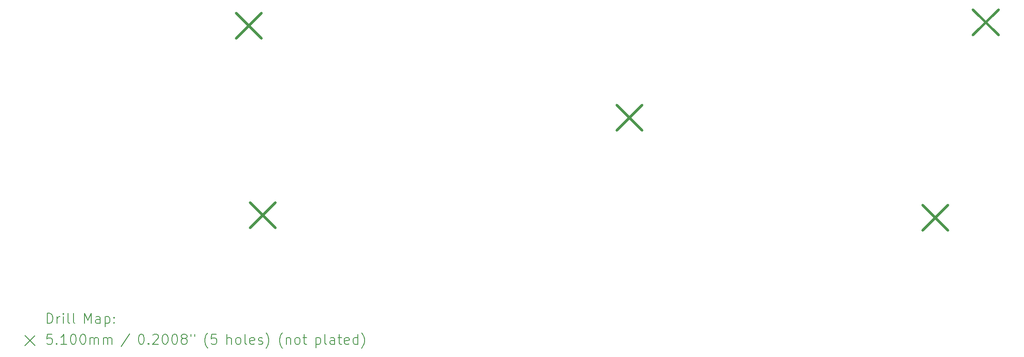
<source format=gbr>
%TF.GenerationSoftware,KiCad,Pcbnew,(7.0.0-0)*%
%TF.CreationDate,2023-04-18T10:09:08-04:00*%
%TF.ProjectId,plate,706c6174-652e-46b6-9963-61645f706362,rev?*%
%TF.SameCoordinates,Original*%
%TF.FileFunction,Drillmap*%
%TF.FilePolarity,Positive*%
%FSLAX45Y45*%
G04 Gerber Fmt 4.5, Leading zero omitted, Abs format (unit mm)*
G04 Created by KiCad (PCBNEW (7.0.0-0)) date 2023-04-18 10:09:08*
%MOMM*%
%LPD*%
G01*
G04 APERTURE LIST*
%ADD10C,0.200000*%
%ADD11C,0.510000*%
G04 APERTURE END LIST*
D10*
D11*
X7645996Y-8173990D02*
X8155996Y-8683990D01*
X8155996Y-8173990D02*
X7645996Y-8683990D01*
X7925996Y-11973990D02*
X8435996Y-12483990D01*
X8435996Y-11973990D02*
X7925996Y-12483990D01*
X15275996Y-10013990D02*
X15785996Y-10523990D01*
X15785996Y-10013990D02*
X15275996Y-10523990D01*
X21405996Y-12023990D02*
X21915996Y-12533990D01*
X21915996Y-12023990D02*
X21405996Y-12533990D01*
X22415996Y-8103990D02*
X22925996Y-8613990D01*
X22925996Y-8103990D02*
X22415996Y-8613990D01*
D10*
X3860119Y-14395976D02*
X3860119Y-14195976D01*
X3860119Y-14195976D02*
X3907738Y-14195976D01*
X3907738Y-14195976D02*
X3936309Y-14205500D01*
X3936309Y-14205500D02*
X3955357Y-14224548D01*
X3955357Y-14224548D02*
X3964881Y-14243595D01*
X3964881Y-14243595D02*
X3974405Y-14281690D01*
X3974405Y-14281690D02*
X3974405Y-14310262D01*
X3974405Y-14310262D02*
X3964881Y-14348357D01*
X3964881Y-14348357D02*
X3955357Y-14367405D01*
X3955357Y-14367405D02*
X3936309Y-14386452D01*
X3936309Y-14386452D02*
X3907738Y-14395976D01*
X3907738Y-14395976D02*
X3860119Y-14395976D01*
X4060119Y-14395976D02*
X4060119Y-14262643D01*
X4060119Y-14300738D02*
X4069643Y-14281690D01*
X4069643Y-14281690D02*
X4079167Y-14272167D01*
X4079167Y-14272167D02*
X4098214Y-14262643D01*
X4098214Y-14262643D02*
X4117262Y-14262643D01*
X4183928Y-14395976D02*
X4183928Y-14262643D01*
X4183928Y-14195976D02*
X4174405Y-14205500D01*
X4174405Y-14205500D02*
X4183928Y-14215024D01*
X4183928Y-14215024D02*
X4193452Y-14205500D01*
X4193452Y-14205500D02*
X4183928Y-14195976D01*
X4183928Y-14195976D02*
X4183928Y-14215024D01*
X4307738Y-14395976D02*
X4288690Y-14386452D01*
X4288690Y-14386452D02*
X4279167Y-14367405D01*
X4279167Y-14367405D02*
X4279167Y-14195976D01*
X4412500Y-14395976D02*
X4393452Y-14386452D01*
X4393452Y-14386452D02*
X4383929Y-14367405D01*
X4383929Y-14367405D02*
X4383929Y-14195976D01*
X4608690Y-14395976D02*
X4608690Y-14195976D01*
X4608690Y-14195976D02*
X4675357Y-14338833D01*
X4675357Y-14338833D02*
X4742024Y-14195976D01*
X4742024Y-14195976D02*
X4742024Y-14395976D01*
X4922976Y-14395976D02*
X4922976Y-14291214D01*
X4922976Y-14291214D02*
X4913452Y-14272167D01*
X4913452Y-14272167D02*
X4894405Y-14262643D01*
X4894405Y-14262643D02*
X4856309Y-14262643D01*
X4856309Y-14262643D02*
X4837262Y-14272167D01*
X4922976Y-14386452D02*
X4903929Y-14395976D01*
X4903929Y-14395976D02*
X4856309Y-14395976D01*
X4856309Y-14395976D02*
X4837262Y-14386452D01*
X4837262Y-14386452D02*
X4827738Y-14367405D01*
X4827738Y-14367405D02*
X4827738Y-14348357D01*
X4827738Y-14348357D02*
X4837262Y-14329309D01*
X4837262Y-14329309D02*
X4856309Y-14319786D01*
X4856309Y-14319786D02*
X4903929Y-14319786D01*
X4903929Y-14319786D02*
X4922976Y-14310262D01*
X5018214Y-14262643D02*
X5018214Y-14462643D01*
X5018214Y-14272167D02*
X5037262Y-14262643D01*
X5037262Y-14262643D02*
X5075357Y-14262643D01*
X5075357Y-14262643D02*
X5094405Y-14272167D01*
X5094405Y-14272167D02*
X5103929Y-14281690D01*
X5103929Y-14281690D02*
X5113452Y-14300738D01*
X5113452Y-14300738D02*
X5113452Y-14357881D01*
X5113452Y-14357881D02*
X5103929Y-14376928D01*
X5103929Y-14376928D02*
X5094405Y-14386452D01*
X5094405Y-14386452D02*
X5075357Y-14395976D01*
X5075357Y-14395976D02*
X5037262Y-14395976D01*
X5037262Y-14395976D02*
X5018214Y-14386452D01*
X5199167Y-14376928D02*
X5208690Y-14386452D01*
X5208690Y-14386452D02*
X5199167Y-14395976D01*
X5199167Y-14395976D02*
X5189643Y-14386452D01*
X5189643Y-14386452D02*
X5199167Y-14376928D01*
X5199167Y-14376928D02*
X5199167Y-14395976D01*
X5199167Y-14272167D02*
X5208690Y-14281690D01*
X5208690Y-14281690D02*
X5199167Y-14291214D01*
X5199167Y-14291214D02*
X5189643Y-14281690D01*
X5189643Y-14281690D02*
X5199167Y-14272167D01*
X5199167Y-14272167D02*
X5199167Y-14291214D01*
X3412500Y-14642500D02*
X3612500Y-14842500D01*
X3612500Y-14642500D02*
X3412500Y-14842500D01*
X3955357Y-14615976D02*
X3860119Y-14615976D01*
X3860119Y-14615976D02*
X3850595Y-14711214D01*
X3850595Y-14711214D02*
X3860119Y-14701690D01*
X3860119Y-14701690D02*
X3879167Y-14692167D01*
X3879167Y-14692167D02*
X3926786Y-14692167D01*
X3926786Y-14692167D02*
X3945833Y-14701690D01*
X3945833Y-14701690D02*
X3955357Y-14711214D01*
X3955357Y-14711214D02*
X3964881Y-14730262D01*
X3964881Y-14730262D02*
X3964881Y-14777881D01*
X3964881Y-14777881D02*
X3955357Y-14796928D01*
X3955357Y-14796928D02*
X3945833Y-14806452D01*
X3945833Y-14806452D02*
X3926786Y-14815976D01*
X3926786Y-14815976D02*
X3879167Y-14815976D01*
X3879167Y-14815976D02*
X3860119Y-14806452D01*
X3860119Y-14806452D02*
X3850595Y-14796928D01*
X4050595Y-14796928D02*
X4060119Y-14806452D01*
X4060119Y-14806452D02*
X4050595Y-14815976D01*
X4050595Y-14815976D02*
X4041071Y-14806452D01*
X4041071Y-14806452D02*
X4050595Y-14796928D01*
X4050595Y-14796928D02*
X4050595Y-14815976D01*
X4250595Y-14815976D02*
X4136309Y-14815976D01*
X4193452Y-14815976D02*
X4193452Y-14615976D01*
X4193452Y-14615976D02*
X4174405Y-14644548D01*
X4174405Y-14644548D02*
X4155357Y-14663595D01*
X4155357Y-14663595D02*
X4136309Y-14673119D01*
X4374405Y-14615976D02*
X4393452Y-14615976D01*
X4393452Y-14615976D02*
X4412500Y-14625500D01*
X4412500Y-14625500D02*
X4422024Y-14635024D01*
X4422024Y-14635024D02*
X4431548Y-14654071D01*
X4431548Y-14654071D02*
X4441071Y-14692167D01*
X4441071Y-14692167D02*
X4441071Y-14739786D01*
X4441071Y-14739786D02*
X4431548Y-14777881D01*
X4431548Y-14777881D02*
X4422024Y-14796928D01*
X4422024Y-14796928D02*
X4412500Y-14806452D01*
X4412500Y-14806452D02*
X4393452Y-14815976D01*
X4393452Y-14815976D02*
X4374405Y-14815976D01*
X4374405Y-14815976D02*
X4355357Y-14806452D01*
X4355357Y-14806452D02*
X4345833Y-14796928D01*
X4345833Y-14796928D02*
X4336310Y-14777881D01*
X4336310Y-14777881D02*
X4326786Y-14739786D01*
X4326786Y-14739786D02*
X4326786Y-14692167D01*
X4326786Y-14692167D02*
X4336310Y-14654071D01*
X4336310Y-14654071D02*
X4345833Y-14635024D01*
X4345833Y-14635024D02*
X4355357Y-14625500D01*
X4355357Y-14625500D02*
X4374405Y-14615976D01*
X4564881Y-14615976D02*
X4583929Y-14615976D01*
X4583929Y-14615976D02*
X4602976Y-14625500D01*
X4602976Y-14625500D02*
X4612500Y-14635024D01*
X4612500Y-14635024D02*
X4622024Y-14654071D01*
X4622024Y-14654071D02*
X4631548Y-14692167D01*
X4631548Y-14692167D02*
X4631548Y-14739786D01*
X4631548Y-14739786D02*
X4622024Y-14777881D01*
X4622024Y-14777881D02*
X4612500Y-14796928D01*
X4612500Y-14796928D02*
X4602976Y-14806452D01*
X4602976Y-14806452D02*
X4583929Y-14815976D01*
X4583929Y-14815976D02*
X4564881Y-14815976D01*
X4564881Y-14815976D02*
X4545833Y-14806452D01*
X4545833Y-14806452D02*
X4536310Y-14796928D01*
X4536310Y-14796928D02*
X4526786Y-14777881D01*
X4526786Y-14777881D02*
X4517262Y-14739786D01*
X4517262Y-14739786D02*
X4517262Y-14692167D01*
X4517262Y-14692167D02*
X4526786Y-14654071D01*
X4526786Y-14654071D02*
X4536310Y-14635024D01*
X4536310Y-14635024D02*
X4545833Y-14625500D01*
X4545833Y-14625500D02*
X4564881Y-14615976D01*
X4717262Y-14815976D02*
X4717262Y-14682643D01*
X4717262Y-14701690D02*
X4726786Y-14692167D01*
X4726786Y-14692167D02*
X4745833Y-14682643D01*
X4745833Y-14682643D02*
X4774405Y-14682643D01*
X4774405Y-14682643D02*
X4793452Y-14692167D01*
X4793452Y-14692167D02*
X4802976Y-14711214D01*
X4802976Y-14711214D02*
X4802976Y-14815976D01*
X4802976Y-14711214D02*
X4812500Y-14692167D01*
X4812500Y-14692167D02*
X4831548Y-14682643D01*
X4831548Y-14682643D02*
X4860119Y-14682643D01*
X4860119Y-14682643D02*
X4879167Y-14692167D01*
X4879167Y-14692167D02*
X4888691Y-14711214D01*
X4888691Y-14711214D02*
X4888691Y-14815976D01*
X4983929Y-14815976D02*
X4983929Y-14682643D01*
X4983929Y-14701690D02*
X4993452Y-14692167D01*
X4993452Y-14692167D02*
X5012500Y-14682643D01*
X5012500Y-14682643D02*
X5041072Y-14682643D01*
X5041072Y-14682643D02*
X5060119Y-14692167D01*
X5060119Y-14692167D02*
X5069643Y-14711214D01*
X5069643Y-14711214D02*
X5069643Y-14815976D01*
X5069643Y-14711214D02*
X5079167Y-14692167D01*
X5079167Y-14692167D02*
X5098214Y-14682643D01*
X5098214Y-14682643D02*
X5126786Y-14682643D01*
X5126786Y-14682643D02*
X5145833Y-14692167D01*
X5145833Y-14692167D02*
X5155357Y-14711214D01*
X5155357Y-14711214D02*
X5155357Y-14815976D01*
X5513452Y-14606452D02*
X5342024Y-14863595D01*
X5738214Y-14615976D02*
X5757262Y-14615976D01*
X5757262Y-14615976D02*
X5776310Y-14625500D01*
X5776310Y-14625500D02*
X5785833Y-14635024D01*
X5785833Y-14635024D02*
X5795357Y-14654071D01*
X5795357Y-14654071D02*
X5804881Y-14692167D01*
X5804881Y-14692167D02*
X5804881Y-14739786D01*
X5804881Y-14739786D02*
X5795357Y-14777881D01*
X5795357Y-14777881D02*
X5785833Y-14796928D01*
X5785833Y-14796928D02*
X5776310Y-14806452D01*
X5776310Y-14806452D02*
X5757262Y-14815976D01*
X5757262Y-14815976D02*
X5738214Y-14815976D01*
X5738214Y-14815976D02*
X5719167Y-14806452D01*
X5719167Y-14806452D02*
X5709643Y-14796928D01*
X5709643Y-14796928D02*
X5700119Y-14777881D01*
X5700119Y-14777881D02*
X5690595Y-14739786D01*
X5690595Y-14739786D02*
X5690595Y-14692167D01*
X5690595Y-14692167D02*
X5700119Y-14654071D01*
X5700119Y-14654071D02*
X5709643Y-14635024D01*
X5709643Y-14635024D02*
X5719167Y-14625500D01*
X5719167Y-14625500D02*
X5738214Y-14615976D01*
X5890595Y-14796928D02*
X5900119Y-14806452D01*
X5900119Y-14806452D02*
X5890595Y-14815976D01*
X5890595Y-14815976D02*
X5881071Y-14806452D01*
X5881071Y-14806452D02*
X5890595Y-14796928D01*
X5890595Y-14796928D02*
X5890595Y-14815976D01*
X5976310Y-14635024D02*
X5985833Y-14625500D01*
X5985833Y-14625500D02*
X6004881Y-14615976D01*
X6004881Y-14615976D02*
X6052500Y-14615976D01*
X6052500Y-14615976D02*
X6071548Y-14625500D01*
X6071548Y-14625500D02*
X6081071Y-14635024D01*
X6081071Y-14635024D02*
X6090595Y-14654071D01*
X6090595Y-14654071D02*
X6090595Y-14673119D01*
X6090595Y-14673119D02*
X6081071Y-14701690D01*
X6081071Y-14701690D02*
X5966786Y-14815976D01*
X5966786Y-14815976D02*
X6090595Y-14815976D01*
X6214405Y-14615976D02*
X6233452Y-14615976D01*
X6233452Y-14615976D02*
X6252500Y-14625500D01*
X6252500Y-14625500D02*
X6262024Y-14635024D01*
X6262024Y-14635024D02*
X6271548Y-14654071D01*
X6271548Y-14654071D02*
X6281071Y-14692167D01*
X6281071Y-14692167D02*
X6281071Y-14739786D01*
X6281071Y-14739786D02*
X6271548Y-14777881D01*
X6271548Y-14777881D02*
X6262024Y-14796928D01*
X6262024Y-14796928D02*
X6252500Y-14806452D01*
X6252500Y-14806452D02*
X6233452Y-14815976D01*
X6233452Y-14815976D02*
X6214405Y-14815976D01*
X6214405Y-14815976D02*
X6195357Y-14806452D01*
X6195357Y-14806452D02*
X6185833Y-14796928D01*
X6185833Y-14796928D02*
X6176310Y-14777881D01*
X6176310Y-14777881D02*
X6166786Y-14739786D01*
X6166786Y-14739786D02*
X6166786Y-14692167D01*
X6166786Y-14692167D02*
X6176310Y-14654071D01*
X6176310Y-14654071D02*
X6185833Y-14635024D01*
X6185833Y-14635024D02*
X6195357Y-14625500D01*
X6195357Y-14625500D02*
X6214405Y-14615976D01*
X6404881Y-14615976D02*
X6423929Y-14615976D01*
X6423929Y-14615976D02*
X6442976Y-14625500D01*
X6442976Y-14625500D02*
X6452500Y-14635024D01*
X6452500Y-14635024D02*
X6462024Y-14654071D01*
X6462024Y-14654071D02*
X6471548Y-14692167D01*
X6471548Y-14692167D02*
X6471548Y-14739786D01*
X6471548Y-14739786D02*
X6462024Y-14777881D01*
X6462024Y-14777881D02*
X6452500Y-14796928D01*
X6452500Y-14796928D02*
X6442976Y-14806452D01*
X6442976Y-14806452D02*
X6423929Y-14815976D01*
X6423929Y-14815976D02*
X6404881Y-14815976D01*
X6404881Y-14815976D02*
X6385833Y-14806452D01*
X6385833Y-14806452D02*
X6376310Y-14796928D01*
X6376310Y-14796928D02*
X6366786Y-14777881D01*
X6366786Y-14777881D02*
X6357262Y-14739786D01*
X6357262Y-14739786D02*
X6357262Y-14692167D01*
X6357262Y-14692167D02*
X6366786Y-14654071D01*
X6366786Y-14654071D02*
X6376310Y-14635024D01*
X6376310Y-14635024D02*
X6385833Y-14625500D01*
X6385833Y-14625500D02*
X6404881Y-14615976D01*
X6585833Y-14701690D02*
X6566786Y-14692167D01*
X6566786Y-14692167D02*
X6557262Y-14682643D01*
X6557262Y-14682643D02*
X6547738Y-14663595D01*
X6547738Y-14663595D02*
X6547738Y-14654071D01*
X6547738Y-14654071D02*
X6557262Y-14635024D01*
X6557262Y-14635024D02*
X6566786Y-14625500D01*
X6566786Y-14625500D02*
X6585833Y-14615976D01*
X6585833Y-14615976D02*
X6623929Y-14615976D01*
X6623929Y-14615976D02*
X6642976Y-14625500D01*
X6642976Y-14625500D02*
X6652500Y-14635024D01*
X6652500Y-14635024D02*
X6662024Y-14654071D01*
X6662024Y-14654071D02*
X6662024Y-14663595D01*
X6662024Y-14663595D02*
X6652500Y-14682643D01*
X6652500Y-14682643D02*
X6642976Y-14692167D01*
X6642976Y-14692167D02*
X6623929Y-14701690D01*
X6623929Y-14701690D02*
X6585833Y-14701690D01*
X6585833Y-14701690D02*
X6566786Y-14711214D01*
X6566786Y-14711214D02*
X6557262Y-14720738D01*
X6557262Y-14720738D02*
X6547738Y-14739786D01*
X6547738Y-14739786D02*
X6547738Y-14777881D01*
X6547738Y-14777881D02*
X6557262Y-14796928D01*
X6557262Y-14796928D02*
X6566786Y-14806452D01*
X6566786Y-14806452D02*
X6585833Y-14815976D01*
X6585833Y-14815976D02*
X6623929Y-14815976D01*
X6623929Y-14815976D02*
X6642976Y-14806452D01*
X6642976Y-14806452D02*
X6652500Y-14796928D01*
X6652500Y-14796928D02*
X6662024Y-14777881D01*
X6662024Y-14777881D02*
X6662024Y-14739786D01*
X6662024Y-14739786D02*
X6652500Y-14720738D01*
X6652500Y-14720738D02*
X6642976Y-14711214D01*
X6642976Y-14711214D02*
X6623929Y-14701690D01*
X6738214Y-14615976D02*
X6738214Y-14654071D01*
X6814405Y-14615976D02*
X6814405Y-14654071D01*
X7077262Y-14892167D02*
X7067738Y-14882643D01*
X7067738Y-14882643D02*
X7048691Y-14854071D01*
X7048691Y-14854071D02*
X7039167Y-14835024D01*
X7039167Y-14835024D02*
X7029643Y-14806452D01*
X7029643Y-14806452D02*
X7020119Y-14758833D01*
X7020119Y-14758833D02*
X7020119Y-14720738D01*
X7020119Y-14720738D02*
X7029643Y-14673119D01*
X7029643Y-14673119D02*
X7039167Y-14644548D01*
X7039167Y-14644548D02*
X7048691Y-14625500D01*
X7048691Y-14625500D02*
X7067738Y-14596928D01*
X7067738Y-14596928D02*
X7077262Y-14587405D01*
X7248691Y-14615976D02*
X7153452Y-14615976D01*
X7153452Y-14615976D02*
X7143929Y-14711214D01*
X7143929Y-14711214D02*
X7153452Y-14701690D01*
X7153452Y-14701690D02*
X7172500Y-14692167D01*
X7172500Y-14692167D02*
X7220119Y-14692167D01*
X7220119Y-14692167D02*
X7239167Y-14701690D01*
X7239167Y-14701690D02*
X7248691Y-14711214D01*
X7248691Y-14711214D02*
X7258214Y-14730262D01*
X7258214Y-14730262D02*
X7258214Y-14777881D01*
X7258214Y-14777881D02*
X7248691Y-14796928D01*
X7248691Y-14796928D02*
X7239167Y-14806452D01*
X7239167Y-14806452D02*
X7220119Y-14815976D01*
X7220119Y-14815976D02*
X7172500Y-14815976D01*
X7172500Y-14815976D02*
X7153452Y-14806452D01*
X7153452Y-14806452D02*
X7143929Y-14796928D01*
X7463929Y-14815976D02*
X7463929Y-14615976D01*
X7549643Y-14815976D02*
X7549643Y-14711214D01*
X7549643Y-14711214D02*
X7540119Y-14692167D01*
X7540119Y-14692167D02*
X7521072Y-14682643D01*
X7521072Y-14682643D02*
X7492500Y-14682643D01*
X7492500Y-14682643D02*
X7473452Y-14692167D01*
X7473452Y-14692167D02*
X7463929Y-14701690D01*
X7673452Y-14815976D02*
X7654405Y-14806452D01*
X7654405Y-14806452D02*
X7644881Y-14796928D01*
X7644881Y-14796928D02*
X7635357Y-14777881D01*
X7635357Y-14777881D02*
X7635357Y-14720738D01*
X7635357Y-14720738D02*
X7644881Y-14701690D01*
X7644881Y-14701690D02*
X7654405Y-14692167D01*
X7654405Y-14692167D02*
X7673452Y-14682643D01*
X7673452Y-14682643D02*
X7702024Y-14682643D01*
X7702024Y-14682643D02*
X7721072Y-14692167D01*
X7721072Y-14692167D02*
X7730595Y-14701690D01*
X7730595Y-14701690D02*
X7740119Y-14720738D01*
X7740119Y-14720738D02*
X7740119Y-14777881D01*
X7740119Y-14777881D02*
X7730595Y-14796928D01*
X7730595Y-14796928D02*
X7721072Y-14806452D01*
X7721072Y-14806452D02*
X7702024Y-14815976D01*
X7702024Y-14815976D02*
X7673452Y-14815976D01*
X7854405Y-14815976D02*
X7835357Y-14806452D01*
X7835357Y-14806452D02*
X7825833Y-14787405D01*
X7825833Y-14787405D02*
X7825833Y-14615976D01*
X8006786Y-14806452D02*
X7987738Y-14815976D01*
X7987738Y-14815976D02*
X7949643Y-14815976D01*
X7949643Y-14815976D02*
X7930595Y-14806452D01*
X7930595Y-14806452D02*
X7921072Y-14787405D01*
X7921072Y-14787405D02*
X7921072Y-14711214D01*
X7921072Y-14711214D02*
X7930595Y-14692167D01*
X7930595Y-14692167D02*
X7949643Y-14682643D01*
X7949643Y-14682643D02*
X7987738Y-14682643D01*
X7987738Y-14682643D02*
X8006786Y-14692167D01*
X8006786Y-14692167D02*
X8016310Y-14711214D01*
X8016310Y-14711214D02*
X8016310Y-14730262D01*
X8016310Y-14730262D02*
X7921072Y-14749309D01*
X8092500Y-14806452D02*
X8111548Y-14815976D01*
X8111548Y-14815976D02*
X8149643Y-14815976D01*
X8149643Y-14815976D02*
X8168691Y-14806452D01*
X8168691Y-14806452D02*
X8178214Y-14787405D01*
X8178214Y-14787405D02*
X8178214Y-14777881D01*
X8178214Y-14777881D02*
X8168691Y-14758833D01*
X8168691Y-14758833D02*
X8149643Y-14749309D01*
X8149643Y-14749309D02*
X8121072Y-14749309D01*
X8121072Y-14749309D02*
X8102024Y-14739786D01*
X8102024Y-14739786D02*
X8092500Y-14720738D01*
X8092500Y-14720738D02*
X8092500Y-14711214D01*
X8092500Y-14711214D02*
X8102024Y-14692167D01*
X8102024Y-14692167D02*
X8121072Y-14682643D01*
X8121072Y-14682643D02*
X8149643Y-14682643D01*
X8149643Y-14682643D02*
X8168691Y-14692167D01*
X8244881Y-14892167D02*
X8254405Y-14882643D01*
X8254405Y-14882643D02*
X8273453Y-14854071D01*
X8273453Y-14854071D02*
X8282976Y-14835024D01*
X8282976Y-14835024D02*
X8292500Y-14806452D01*
X8292500Y-14806452D02*
X8302024Y-14758833D01*
X8302024Y-14758833D02*
X8302024Y-14720738D01*
X8302024Y-14720738D02*
X8292500Y-14673119D01*
X8292500Y-14673119D02*
X8282976Y-14644548D01*
X8282976Y-14644548D02*
X8273453Y-14625500D01*
X8273453Y-14625500D02*
X8254405Y-14596928D01*
X8254405Y-14596928D02*
X8244881Y-14587405D01*
X8574405Y-14892167D02*
X8564881Y-14882643D01*
X8564881Y-14882643D02*
X8545834Y-14854071D01*
X8545834Y-14854071D02*
X8536310Y-14835024D01*
X8536310Y-14835024D02*
X8526786Y-14806452D01*
X8526786Y-14806452D02*
X8517262Y-14758833D01*
X8517262Y-14758833D02*
X8517262Y-14720738D01*
X8517262Y-14720738D02*
X8526786Y-14673119D01*
X8526786Y-14673119D02*
X8536310Y-14644548D01*
X8536310Y-14644548D02*
X8545834Y-14625500D01*
X8545834Y-14625500D02*
X8564881Y-14596928D01*
X8564881Y-14596928D02*
X8574405Y-14587405D01*
X8650595Y-14682643D02*
X8650595Y-14815976D01*
X8650595Y-14701690D02*
X8660119Y-14692167D01*
X8660119Y-14692167D02*
X8679167Y-14682643D01*
X8679167Y-14682643D02*
X8707738Y-14682643D01*
X8707738Y-14682643D02*
X8726786Y-14692167D01*
X8726786Y-14692167D02*
X8736310Y-14711214D01*
X8736310Y-14711214D02*
X8736310Y-14815976D01*
X8860119Y-14815976D02*
X8841072Y-14806452D01*
X8841072Y-14806452D02*
X8831548Y-14796928D01*
X8831548Y-14796928D02*
X8822024Y-14777881D01*
X8822024Y-14777881D02*
X8822024Y-14720738D01*
X8822024Y-14720738D02*
X8831548Y-14701690D01*
X8831548Y-14701690D02*
X8841072Y-14692167D01*
X8841072Y-14692167D02*
X8860119Y-14682643D01*
X8860119Y-14682643D02*
X8888691Y-14682643D01*
X8888691Y-14682643D02*
X8907738Y-14692167D01*
X8907738Y-14692167D02*
X8917262Y-14701690D01*
X8917262Y-14701690D02*
X8926786Y-14720738D01*
X8926786Y-14720738D02*
X8926786Y-14777881D01*
X8926786Y-14777881D02*
X8917262Y-14796928D01*
X8917262Y-14796928D02*
X8907738Y-14806452D01*
X8907738Y-14806452D02*
X8888691Y-14815976D01*
X8888691Y-14815976D02*
X8860119Y-14815976D01*
X8983929Y-14682643D02*
X9060119Y-14682643D01*
X9012500Y-14615976D02*
X9012500Y-14787405D01*
X9012500Y-14787405D02*
X9022024Y-14806452D01*
X9022024Y-14806452D02*
X9041072Y-14815976D01*
X9041072Y-14815976D02*
X9060119Y-14815976D01*
X9246786Y-14682643D02*
X9246786Y-14882643D01*
X9246786Y-14692167D02*
X9265834Y-14682643D01*
X9265834Y-14682643D02*
X9303929Y-14682643D01*
X9303929Y-14682643D02*
X9322976Y-14692167D01*
X9322976Y-14692167D02*
X9332500Y-14701690D01*
X9332500Y-14701690D02*
X9342024Y-14720738D01*
X9342024Y-14720738D02*
X9342024Y-14777881D01*
X9342024Y-14777881D02*
X9332500Y-14796928D01*
X9332500Y-14796928D02*
X9322976Y-14806452D01*
X9322976Y-14806452D02*
X9303929Y-14815976D01*
X9303929Y-14815976D02*
X9265834Y-14815976D01*
X9265834Y-14815976D02*
X9246786Y-14806452D01*
X9456310Y-14815976D02*
X9437262Y-14806452D01*
X9437262Y-14806452D02*
X9427738Y-14787405D01*
X9427738Y-14787405D02*
X9427738Y-14615976D01*
X9618215Y-14815976D02*
X9618215Y-14711214D01*
X9618215Y-14711214D02*
X9608691Y-14692167D01*
X9608691Y-14692167D02*
X9589643Y-14682643D01*
X9589643Y-14682643D02*
X9551548Y-14682643D01*
X9551548Y-14682643D02*
X9532500Y-14692167D01*
X9618215Y-14806452D02*
X9599167Y-14815976D01*
X9599167Y-14815976D02*
X9551548Y-14815976D01*
X9551548Y-14815976D02*
X9532500Y-14806452D01*
X9532500Y-14806452D02*
X9522976Y-14787405D01*
X9522976Y-14787405D02*
X9522976Y-14768357D01*
X9522976Y-14768357D02*
X9532500Y-14749309D01*
X9532500Y-14749309D02*
X9551548Y-14739786D01*
X9551548Y-14739786D02*
X9599167Y-14739786D01*
X9599167Y-14739786D02*
X9618215Y-14730262D01*
X9684881Y-14682643D02*
X9761072Y-14682643D01*
X9713453Y-14615976D02*
X9713453Y-14787405D01*
X9713453Y-14787405D02*
X9722976Y-14806452D01*
X9722976Y-14806452D02*
X9742024Y-14815976D01*
X9742024Y-14815976D02*
X9761072Y-14815976D01*
X9903929Y-14806452D02*
X9884881Y-14815976D01*
X9884881Y-14815976D02*
X9846786Y-14815976D01*
X9846786Y-14815976D02*
X9827738Y-14806452D01*
X9827738Y-14806452D02*
X9818215Y-14787405D01*
X9818215Y-14787405D02*
X9818215Y-14711214D01*
X9818215Y-14711214D02*
X9827738Y-14692167D01*
X9827738Y-14692167D02*
X9846786Y-14682643D01*
X9846786Y-14682643D02*
X9884881Y-14682643D01*
X9884881Y-14682643D02*
X9903929Y-14692167D01*
X9903929Y-14692167D02*
X9913453Y-14711214D01*
X9913453Y-14711214D02*
X9913453Y-14730262D01*
X9913453Y-14730262D02*
X9818215Y-14749309D01*
X10084881Y-14815976D02*
X10084881Y-14615976D01*
X10084881Y-14806452D02*
X10065834Y-14815976D01*
X10065834Y-14815976D02*
X10027738Y-14815976D01*
X10027738Y-14815976D02*
X10008691Y-14806452D01*
X10008691Y-14806452D02*
X9999167Y-14796928D01*
X9999167Y-14796928D02*
X9989643Y-14777881D01*
X9989643Y-14777881D02*
X9989643Y-14720738D01*
X9989643Y-14720738D02*
X9999167Y-14701690D01*
X9999167Y-14701690D02*
X10008691Y-14692167D01*
X10008691Y-14692167D02*
X10027738Y-14682643D01*
X10027738Y-14682643D02*
X10065834Y-14682643D01*
X10065834Y-14682643D02*
X10084881Y-14692167D01*
X10161072Y-14892167D02*
X10170596Y-14882643D01*
X10170596Y-14882643D02*
X10189643Y-14854071D01*
X10189643Y-14854071D02*
X10199167Y-14835024D01*
X10199167Y-14835024D02*
X10208691Y-14806452D01*
X10208691Y-14806452D02*
X10218215Y-14758833D01*
X10218215Y-14758833D02*
X10218215Y-14720738D01*
X10218215Y-14720738D02*
X10208691Y-14673119D01*
X10208691Y-14673119D02*
X10199167Y-14644548D01*
X10199167Y-14644548D02*
X10189643Y-14625500D01*
X10189643Y-14625500D02*
X10170596Y-14596928D01*
X10170596Y-14596928D02*
X10161072Y-14587405D01*
M02*

</source>
